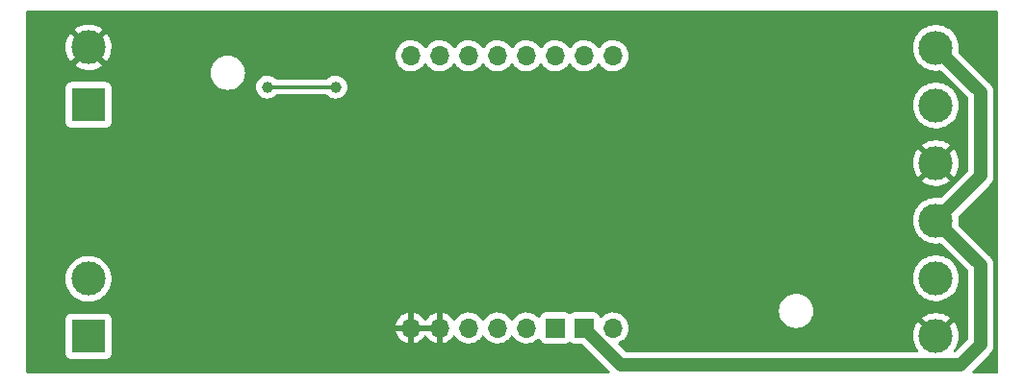
<source format=gbr>
%TF.GenerationSoftware,KiCad,Pcbnew,(6.0.9)*%
%TF.CreationDate,2024-03-01T18:18:27+01:00*%
%TF.ProjectId,HBW-1W-T10-Platine1,4842572d-3157-42d5-9431-302d506c6174,rev?*%
%TF.SameCoordinates,Original*%
%TF.FileFunction,Copper,L2,Bot*%
%TF.FilePolarity,Positive*%
%FSLAX46Y46*%
G04 Gerber Fmt 4.6, Leading zero omitted, Abs format (unit mm)*
G04 Created by KiCad (PCBNEW (6.0.9)) date 2024-03-01 18:18:27*
%MOMM*%
%LPD*%
G01*
G04 APERTURE LIST*
%TA.AperFunction,ComponentPad*%
%ADD10R,3.000000X3.000000*%
%TD*%
%TA.AperFunction,ComponentPad*%
%ADD11C,3.000000*%
%TD*%
%TA.AperFunction,ComponentPad*%
%ADD12O,1.700000X1.700000*%
%TD*%
%TA.AperFunction,ComponentPad*%
%ADD13R,1.700000X1.700000*%
%TD*%
%TA.AperFunction,ComponentPad*%
%ADD14O,3.000000X3.000000*%
%TD*%
%TA.AperFunction,ViaPad*%
%ADD15C,1.000000*%
%TD*%
%TA.AperFunction,Conductor*%
%ADD16C,1.200000*%
%TD*%
%TA.AperFunction,Conductor*%
%ADD17C,0.300000*%
%TD*%
G04 APERTURE END LIST*
D10*
%TO.P,J4,1,Pin_1*%
%TO.N,/+24V*%
X111250000Y-97330000D03*
D11*
%TO.P,J4,2,Pin_2*%
%TO.N,/GND*%
X111250000Y-92250000D03*
%TD*%
D10*
%TO.P,J5,1,Pin_1*%
%TO.N,Net-(C14-Pad1)*%
X111250000Y-117750000D03*
D11*
%TO.P,J5,2,Pin_2*%
%TO.N,Net-(C15-Pad1)*%
X111250000Y-112670000D03*
%TD*%
D12*
%TO.P,J1,1,Pin_1*%
%TO.N,/A7*%
X139625000Y-93000000D03*
%TO.P,J1,2,Pin_2*%
%TO.N,/A6*%
X142165000Y-93000000D03*
%TO.P,J1,3,Pin_3*%
%TO.N,/A5*%
X144705000Y-93000000D03*
%TO.P,J1,4,Pin_4*%
%TO.N,/A4*%
X147245000Y-93000000D03*
%TO.P,J1,5,Pin_5*%
%TO.N,/A3*%
X149785000Y-93000000D03*
%TO.P,J1,6,Pin_6*%
%TO.N,/A2*%
X152325000Y-93000000D03*
%TO.P,J1,7,Pin_7*%
%TO.N,/A1*%
X154865000Y-93000000D03*
%TO.P,J1,8,Pin_8*%
%TO.N,/A0*%
X157405000Y-93000000D03*
%TD*%
%TO.P,J2,1,Pin_1*%
%TO.N,/GND*%
X139625000Y-117000000D03*
%TO.P,J2,2,Pin_2*%
X142165000Y-117000000D03*
%TO.P,J2,3,Pin_3*%
%TO.N,/RXD*%
X144705000Y-117000000D03*
%TO.P,J2,4,Pin_4*%
%TO.N,/TXEN*%
X147245000Y-117000000D03*
%TO.P,J2,5,Pin_5*%
%TO.N,/TXD*%
X149785000Y-117000000D03*
D13*
%TO.P,J2,6,Pin_6*%
%TO.N,/VCC*%
X152325000Y-117000000D03*
%TO.P,J2,7,Pin_7*%
X154865000Y-117000000D03*
D12*
%TO.P,J2,8,Pin_8*%
%TO.N,/DATA*%
X157405000Y-117000000D03*
%TD*%
D14*
%TO.P,J3,1,Pin_1*%
%TO.N,/VCC*%
X185800000Y-92300000D03*
D11*
%TO.P,J3,2,Pin_2*%
%TO.N,/DATA*%
X185800000Y-97380000D03*
%TO.P,J3,3,Pin_3*%
%TO.N,/GND*%
X185800000Y-102460000D03*
%TO.P,J3,4,Pin_4*%
%TO.N,/VCC*%
X185800000Y-107540000D03*
%TO.P,J3,5,Pin_5*%
%TO.N,/DATA*%
X185800000Y-112620000D03*
%TO.P,J3,6,Pin_6*%
%TO.N,/GND*%
X185800000Y-117700000D03*
%TD*%
D15*
%TO.N,Net-(IC3-Pad5)*%
X127000000Y-95750000D03*
X133000000Y-95750000D03*
%TD*%
D16*
%TO.N,/VCC*%
X188000000Y-120250000D02*
X189750000Y-118500000D01*
X189750000Y-103590000D02*
X185800000Y-107540000D01*
X189750000Y-96250000D02*
X189750000Y-103590000D01*
X185800000Y-92300000D02*
X189750000Y-96250000D01*
X189750000Y-118500000D02*
X189750000Y-111490000D01*
X189750000Y-111490000D02*
X185800000Y-107540000D01*
X154865000Y-117000000D02*
X158115000Y-120250000D01*
X158115000Y-120250000D02*
X188000000Y-120250000D01*
D17*
%TO.N,Net-(IC3-Pad5)*%
X127000000Y-95750000D02*
X133000000Y-95750000D01*
%TD*%
%TA.AperFunction,Conductor*%
%TO.N,/GND*%
G36*
X191183621Y-89028502D02*
G01*
X191230114Y-89082158D01*
X191241500Y-89134500D01*
X191241500Y-120865500D01*
X191221498Y-120933621D01*
X191167842Y-120980114D01*
X191115500Y-120991500D01*
X189130345Y-120991500D01*
X189062224Y-120971498D01*
X189015731Y-120917842D01*
X189005627Y-120847568D01*
X189035121Y-120782988D01*
X189041250Y-120776405D01*
X190460105Y-119357551D01*
X190468379Y-119350565D01*
X190468180Y-119350335D01*
X190472725Y-119346412D01*
X190477611Y-119342946D01*
X190541714Y-119275983D01*
X190543637Y-119274019D01*
X190571196Y-119246460D01*
X190575922Y-119240737D01*
X190582061Y-119233835D01*
X190619731Y-119194485D01*
X190623881Y-119190150D01*
X190642053Y-119162007D01*
X190650751Y-119150123D01*
X190668262Y-119128919D01*
X190668268Y-119128910D01*
X190672080Y-119124294D01*
X190701097Y-119071183D01*
X190705786Y-119063302D01*
X190738620Y-119012452D01*
X190751144Y-118981375D01*
X190757433Y-118968069D01*
X190773496Y-118938670D01*
X190791947Y-118881031D01*
X190795066Y-118872393D01*
X190817686Y-118816263D01*
X190818835Y-118810378D01*
X190818837Y-118810372D01*
X190824106Y-118783388D01*
X190827769Y-118769123D01*
X190836154Y-118742929D01*
X190837982Y-118737219D01*
X190838696Y-118731274D01*
X190838699Y-118731261D01*
X190845200Y-118677145D01*
X190846636Y-118668025D01*
X190857357Y-118613125D01*
X190857358Y-118613120D01*
X190858228Y-118608663D01*
X190858500Y-118603101D01*
X190858500Y-118573959D01*
X190859399Y-118558931D01*
X190862496Y-118533153D01*
X190862496Y-118533149D01*
X190863210Y-118527206D01*
X190858815Y-118465132D01*
X190858500Y-118456233D01*
X190858500Y-111594257D01*
X190859411Y-111583468D01*
X190859107Y-111583446D01*
X190859546Y-111577472D01*
X190860552Y-111571554D01*
X190858530Y-111478900D01*
X190858500Y-111476152D01*
X190858500Y-111437154D01*
X190858216Y-111434175D01*
X190858215Y-111434157D01*
X190857797Y-111429778D01*
X190857257Y-111420560D01*
X190856068Y-111366079D01*
X190856068Y-111366078D01*
X190855937Y-111360083D01*
X190848885Y-111327327D01*
X190846635Y-111312801D01*
X190843452Y-111279434D01*
X190826425Y-111221395D01*
X190824151Y-111212444D01*
X190821413Y-111199728D01*
X190811418Y-111153299D01*
X190798298Y-111122463D01*
X190793339Y-111108612D01*
X190785598Y-111082224D01*
X190785595Y-111082217D01*
X190783908Y-111076466D01*
X190756202Y-111022672D01*
X190752286Y-111014330D01*
X190730950Y-110964186D01*
X190730948Y-110964183D01*
X190728600Y-110958664D01*
X190709888Y-110930870D01*
X190702397Y-110918203D01*
X190689806Y-110893754D01*
X190689802Y-110893747D01*
X190687058Y-110888420D01*
X190666541Y-110862300D01*
X190649697Y-110840857D01*
X190644263Y-110833391D01*
X190613008Y-110786967D01*
X190613004Y-110786961D01*
X190610472Y-110783201D01*
X190606732Y-110779076D01*
X190586123Y-110758467D01*
X190576132Y-110747205D01*
X190560102Y-110726797D01*
X190560098Y-110726793D01*
X190556396Y-110722080D01*
X190533230Y-110701977D01*
X190509391Y-110681291D01*
X190502877Y-110675221D01*
X187817973Y-107990317D01*
X187783947Y-107928005D01*
X187784248Y-107873094D01*
X187787448Y-107859121D01*
X187787448Y-107859119D01*
X187788407Y-107854933D01*
X187812751Y-107582161D01*
X187813193Y-107540000D01*
X187794567Y-107266778D01*
X187781986Y-107206027D01*
X187787758Y-107135269D01*
X187816273Y-107091383D01*
X190460105Y-104447551D01*
X190468379Y-104440565D01*
X190468180Y-104440335D01*
X190472727Y-104436411D01*
X190477611Y-104432946D01*
X190481749Y-104428623D01*
X190481754Y-104428619D01*
X190541690Y-104366007D01*
X190543615Y-104364040D01*
X190569082Y-104338574D01*
X190571196Y-104336460D01*
X190575922Y-104330737D01*
X190582061Y-104323835D01*
X190619731Y-104284485D01*
X190623881Y-104280150D01*
X190636487Y-104260628D01*
X190642053Y-104252007D01*
X190650751Y-104240123D01*
X190668262Y-104218919D01*
X190668268Y-104218910D01*
X190672080Y-104214294D01*
X190701097Y-104161183D01*
X190705786Y-104153302D01*
X190738620Y-104102452D01*
X190751144Y-104071375D01*
X190757433Y-104058069D01*
X190773496Y-104028670D01*
X190791942Y-103971046D01*
X190795072Y-103962375D01*
X190817686Y-103906263D01*
X190824107Y-103873385D01*
X190827769Y-103859124D01*
X190836155Y-103832925D01*
X190837982Y-103827218D01*
X190845197Y-103767154D01*
X190846634Y-103758030D01*
X190857358Y-103703118D01*
X190857358Y-103703117D01*
X190858228Y-103698663D01*
X190858500Y-103693101D01*
X190858500Y-103663959D01*
X190859399Y-103648931D01*
X190862496Y-103623153D01*
X190862496Y-103623149D01*
X190863210Y-103617206D01*
X190858815Y-103555132D01*
X190858500Y-103546233D01*
X190858500Y-96354257D01*
X190859411Y-96343468D01*
X190859107Y-96343446D01*
X190859546Y-96337472D01*
X190860552Y-96331554D01*
X190858530Y-96238900D01*
X190858500Y-96236152D01*
X190858500Y-96197154D01*
X190858216Y-96194175D01*
X190858215Y-96194157D01*
X190857797Y-96189778D01*
X190857257Y-96180560D01*
X190856068Y-96126079D01*
X190856068Y-96126078D01*
X190855937Y-96120083D01*
X190848885Y-96087327D01*
X190846635Y-96072801D01*
X190843452Y-96039434D01*
X190826425Y-95981395D01*
X190824151Y-95972444D01*
X190817222Y-95940260D01*
X190811418Y-95913299D01*
X190798298Y-95882463D01*
X190793339Y-95868612D01*
X190785598Y-95842224D01*
X190785595Y-95842217D01*
X190783908Y-95836466D01*
X190756202Y-95782672D01*
X190752286Y-95774330D01*
X190730950Y-95724186D01*
X190730945Y-95724176D01*
X190728600Y-95718664D01*
X190709888Y-95690870D01*
X190702397Y-95678203D01*
X190689806Y-95653754D01*
X190689802Y-95653747D01*
X190687058Y-95648420D01*
X190666541Y-95622300D01*
X190649697Y-95600857D01*
X190644263Y-95593391D01*
X190613008Y-95546967D01*
X190613004Y-95546961D01*
X190610472Y-95543201D01*
X190606732Y-95539076D01*
X190586123Y-95518467D01*
X190576132Y-95507205D01*
X190560102Y-95486797D01*
X190560098Y-95486793D01*
X190556396Y-95482080D01*
X190546992Y-95473919D01*
X190509391Y-95441291D01*
X190502877Y-95435221D01*
X187817973Y-92750317D01*
X187783947Y-92688005D01*
X187784248Y-92633094D01*
X187787448Y-92619121D01*
X187787448Y-92619119D01*
X187788407Y-92614933D01*
X187795604Y-92534297D01*
X187812531Y-92344621D01*
X187812751Y-92342161D01*
X187813193Y-92300000D01*
X187809582Y-92247035D01*
X187794859Y-92031055D01*
X187794858Y-92031049D01*
X187794567Y-92026778D01*
X187739032Y-91758612D01*
X187647617Y-91500465D01*
X187522013Y-91257112D01*
X187512040Y-91242921D01*
X187367008Y-91036562D01*
X187364545Y-91033057D01*
X187178125Y-90832445D01*
X187174810Y-90829731D01*
X187174806Y-90829728D01*
X186969521Y-90661704D01*
X186969520Y-90661703D01*
X186966205Y-90658990D01*
X186732704Y-90515901D01*
X186728768Y-90514173D01*
X186485873Y-90407549D01*
X186485869Y-90407548D01*
X186481945Y-90405825D01*
X186218566Y-90330800D01*
X186214324Y-90330196D01*
X186214318Y-90330195D01*
X186013834Y-90301662D01*
X185947443Y-90292213D01*
X185803589Y-90291460D01*
X185677877Y-90290802D01*
X185677871Y-90290802D01*
X185673591Y-90290780D01*
X185669347Y-90291339D01*
X185669343Y-90291339D01*
X185550302Y-90307011D01*
X185402078Y-90326525D01*
X185397938Y-90327658D01*
X185397936Y-90327658D01*
X185325008Y-90347609D01*
X185137928Y-90398788D01*
X185133980Y-90400472D01*
X184889982Y-90504546D01*
X184889978Y-90504548D01*
X184886030Y-90506232D01*
X184866125Y-90518145D01*
X184654725Y-90644664D01*
X184654721Y-90644667D01*
X184651043Y-90646868D01*
X184437318Y-90818094D01*
X184248808Y-91016742D01*
X184089002Y-91239136D01*
X183960857Y-91481161D01*
X183959385Y-91485184D01*
X183959383Y-91485188D01*
X183868214Y-91734317D01*
X183866743Y-91738337D01*
X183808404Y-92005907D01*
X183786917Y-92278918D01*
X183802682Y-92552320D01*
X183803507Y-92556525D01*
X183803508Y-92556533D01*
X183816357Y-92622022D01*
X183855405Y-92821053D01*
X183856792Y-92825103D01*
X183856793Y-92825108D01*
X183938170Y-93062789D01*
X183944112Y-93080144D01*
X184067160Y-93324799D01*
X184069586Y-93328328D01*
X184069589Y-93328334D01*
X184192008Y-93506453D01*
X184222274Y-93550490D01*
X184225161Y-93553663D01*
X184225162Y-93553664D01*
X184321790Y-93659857D01*
X184406582Y-93753043D01*
X184616675Y-93928707D01*
X184620316Y-93930991D01*
X184845024Y-94071951D01*
X184845028Y-94071953D01*
X184848664Y-94074234D01*
X184935245Y-94113327D01*
X185094345Y-94185164D01*
X185094349Y-94185166D01*
X185098257Y-94186930D01*
X185102377Y-94188150D01*
X185102376Y-94188150D01*
X185356723Y-94263491D01*
X185356727Y-94263492D01*
X185360836Y-94264709D01*
X185365070Y-94265357D01*
X185365075Y-94265358D01*
X185627298Y-94305483D01*
X185627300Y-94305483D01*
X185631540Y-94306132D01*
X185770912Y-94308322D01*
X185901071Y-94310367D01*
X185901077Y-94310367D01*
X185905362Y-94310434D01*
X186010065Y-94297764D01*
X186145482Y-94281377D01*
X186215512Y-94293050D01*
X186249714Y-94317369D01*
X188604595Y-96672251D01*
X188638621Y-96734563D01*
X188641500Y-96761346D01*
X188641500Y-103078654D01*
X188621498Y-103146775D01*
X188604595Y-103167749D01*
X186248184Y-105524160D01*
X186185872Y-105558186D01*
X186141335Y-105559808D01*
X186071782Y-105549909D01*
X185947443Y-105532213D01*
X185803589Y-105531460D01*
X185677877Y-105530802D01*
X185677871Y-105530802D01*
X185673591Y-105530780D01*
X185669347Y-105531339D01*
X185669343Y-105531339D01*
X185550302Y-105547011D01*
X185402078Y-105566525D01*
X185137928Y-105638788D01*
X185133980Y-105640472D01*
X184889982Y-105744546D01*
X184889978Y-105744548D01*
X184886030Y-105746232D01*
X184767414Y-105817222D01*
X184654725Y-105884664D01*
X184654721Y-105884667D01*
X184651043Y-105886868D01*
X184437318Y-106058094D01*
X184248808Y-106256742D01*
X184089002Y-106479136D01*
X183960857Y-106721161D01*
X183866743Y-106978337D01*
X183808404Y-107245907D01*
X183786917Y-107518918D01*
X183802682Y-107792320D01*
X183803507Y-107796525D01*
X183803508Y-107796533D01*
X183818529Y-107873094D01*
X183855405Y-108061053D01*
X183944112Y-108320144D01*
X184067160Y-108564799D01*
X184069586Y-108568328D01*
X184069589Y-108568334D01*
X184219843Y-108786953D01*
X184222274Y-108790490D01*
X184406582Y-108993043D01*
X184616675Y-109168707D01*
X184620316Y-109170991D01*
X184845024Y-109311951D01*
X184845028Y-109311953D01*
X184848664Y-109314234D01*
X184973461Y-109370582D01*
X185094345Y-109425164D01*
X185094349Y-109425166D01*
X185098257Y-109426930D01*
X185102377Y-109428150D01*
X185102376Y-109428150D01*
X185356723Y-109503491D01*
X185356727Y-109503492D01*
X185360836Y-109504709D01*
X185365070Y-109505357D01*
X185365075Y-109505358D01*
X185627298Y-109545483D01*
X185627300Y-109545483D01*
X185631540Y-109546132D01*
X185770912Y-109548322D01*
X185901071Y-109550367D01*
X185901077Y-109550367D01*
X185905362Y-109550434D01*
X186010065Y-109537764D01*
X186145482Y-109521377D01*
X186215512Y-109533050D01*
X186249714Y-109557369D01*
X188604595Y-111912251D01*
X188638621Y-111974563D01*
X188641500Y-112001346D01*
X188641500Y-117988655D01*
X188621498Y-118056776D01*
X188604595Y-118077750D01*
X187577749Y-119104595D01*
X187515437Y-119138621D01*
X187488654Y-119141500D01*
X187481586Y-119141500D01*
X187413465Y-119121498D01*
X187366972Y-119067842D01*
X187356868Y-118997568D01*
X187380039Y-118940906D01*
X187496834Y-118781909D01*
X187501418Y-118774686D01*
X187627962Y-118541621D01*
X187631530Y-118533827D01*
X187725271Y-118285750D01*
X187727748Y-118277544D01*
X187786954Y-118019038D01*
X187788294Y-118010577D01*
X187812031Y-117744616D01*
X187812277Y-117739677D01*
X187812666Y-117702485D01*
X187812523Y-117697519D01*
X187794362Y-117431123D01*
X187793201Y-117422649D01*
X187739419Y-117162944D01*
X187737120Y-117154709D01*
X187648588Y-116904705D01*
X187645191Y-116896854D01*
X187523550Y-116661178D01*
X187519122Y-116653866D01*
X187400031Y-116484417D01*
X187389509Y-116476037D01*
X187376121Y-116483089D01*
X185889095Y-117970115D01*
X185826783Y-118004141D01*
X185755968Y-117999076D01*
X185710905Y-117970115D01*
X184223814Y-116483024D01*
X184211804Y-116476466D01*
X184200064Y-116485434D01*
X184091935Y-116635911D01*
X184087418Y-116643196D01*
X183963325Y-116877567D01*
X183959839Y-116885395D01*
X183868700Y-117134446D01*
X183866311Y-117142670D01*
X183809812Y-117401795D01*
X183808563Y-117410250D01*
X183787754Y-117674653D01*
X183787665Y-117683204D01*
X183802932Y-117947969D01*
X183804005Y-117956470D01*
X183855065Y-118216722D01*
X183857276Y-118224974D01*
X183943184Y-118475894D01*
X183946499Y-118483779D01*
X184065664Y-118720713D01*
X184070020Y-118728079D01*
X184218511Y-118944133D01*
X184240611Y-119011602D01*
X184222726Y-119080309D01*
X184170534Y-119128439D01*
X184114671Y-119141500D01*
X158626346Y-119141500D01*
X158558225Y-119121498D01*
X158537251Y-119104595D01*
X157892451Y-118459795D01*
X157858425Y-118397483D01*
X157863490Y-118326668D01*
X157906037Y-118269832D01*
X157926111Y-118257550D01*
X158102994Y-118170896D01*
X158284860Y-118041173D01*
X158307073Y-118019038D01*
X158379124Y-117947238D01*
X158443096Y-117883489D01*
X158573453Y-117702077D01*
X158586995Y-117674678D01*
X158670136Y-117506453D01*
X158670137Y-117506451D01*
X158672430Y-117501811D01*
X158737370Y-117288069D01*
X158766529Y-117066590D01*
X158766611Y-117063240D01*
X158768074Y-117003365D01*
X158768074Y-117003361D01*
X158768156Y-117000000D01*
X158749852Y-116777361D01*
X158695431Y-116560702D01*
X158606354Y-116355840D01*
X158566906Y-116294862D01*
X158487822Y-116172617D01*
X158487820Y-116172614D01*
X158485014Y-116168277D01*
X158334670Y-116003051D01*
X158330619Y-115999852D01*
X158330615Y-115999848D01*
X158163414Y-115867800D01*
X158163410Y-115867798D01*
X158159359Y-115864598D01*
X158123028Y-115844542D01*
X158041225Y-115799385D01*
X157963789Y-115756638D01*
X157958920Y-115754914D01*
X157958916Y-115754912D01*
X157758087Y-115683795D01*
X157758083Y-115683794D01*
X157753212Y-115682069D01*
X157748119Y-115681162D01*
X157748116Y-115681161D01*
X157538373Y-115643800D01*
X157538367Y-115643799D01*
X157533284Y-115642894D01*
X157459452Y-115641992D01*
X157315081Y-115640228D01*
X157315079Y-115640228D01*
X157309911Y-115640165D01*
X157089091Y-115673955D01*
X156876756Y-115743357D01*
X156845310Y-115759727D01*
X156758111Y-115805120D01*
X156678607Y-115846507D01*
X156674474Y-115849610D01*
X156674471Y-115849612D01*
X156523743Y-115962782D01*
X156499965Y-115980635D01*
X156443537Y-116039684D01*
X156419283Y-116065064D01*
X156357759Y-116100494D01*
X156286846Y-116097037D01*
X156229060Y-116055791D01*
X156210207Y-116022243D01*
X156168767Y-115911703D01*
X156165615Y-115903295D01*
X156078261Y-115786739D01*
X155961705Y-115699385D01*
X155825316Y-115648255D01*
X155763134Y-115641500D01*
X153966866Y-115641500D01*
X153904684Y-115648255D01*
X153768295Y-115699385D01*
X153687952Y-115759599D01*
X153670565Y-115772630D01*
X153604059Y-115797478D01*
X153534676Y-115782425D01*
X153519435Y-115772630D01*
X153502048Y-115759599D01*
X153421705Y-115699385D01*
X153285316Y-115648255D01*
X153223134Y-115641500D01*
X151426866Y-115641500D01*
X151364684Y-115648255D01*
X151228295Y-115699385D01*
X151111739Y-115786739D01*
X151024385Y-115903295D01*
X151021233Y-115911703D01*
X150979919Y-116021907D01*
X150937277Y-116078671D01*
X150870716Y-116103371D01*
X150801367Y-116088163D01*
X150768743Y-116062476D01*
X150718151Y-116006875D01*
X150718142Y-116006866D01*
X150714670Y-116003051D01*
X150710619Y-115999852D01*
X150710615Y-115999848D01*
X150543414Y-115867800D01*
X150543410Y-115867798D01*
X150539359Y-115864598D01*
X150503028Y-115844542D01*
X150421225Y-115799385D01*
X150343789Y-115756638D01*
X150338920Y-115754914D01*
X150338916Y-115754912D01*
X150138087Y-115683795D01*
X150138083Y-115683794D01*
X150133212Y-115682069D01*
X150128119Y-115681162D01*
X150128116Y-115681161D01*
X149918373Y-115643800D01*
X149918367Y-115643799D01*
X149913284Y-115642894D01*
X149839452Y-115641992D01*
X149695081Y-115640228D01*
X149695079Y-115640228D01*
X149689911Y-115640165D01*
X149469091Y-115673955D01*
X149256756Y-115743357D01*
X149225310Y-115759727D01*
X149138111Y-115805120D01*
X149058607Y-115846507D01*
X149054474Y-115849610D01*
X149054471Y-115849612D01*
X148903743Y-115962782D01*
X148879965Y-115980635D01*
X148854541Y-116007240D01*
X148768729Y-116097037D01*
X148725629Y-116142138D01*
X148618201Y-116299621D01*
X148563293Y-116344621D01*
X148492768Y-116352792D01*
X148429021Y-116321538D01*
X148408324Y-116297054D01*
X148327822Y-116172617D01*
X148327820Y-116172614D01*
X148325014Y-116168277D01*
X148174670Y-116003051D01*
X148170619Y-115999852D01*
X148170615Y-115999848D01*
X148003414Y-115867800D01*
X148003410Y-115867798D01*
X147999359Y-115864598D01*
X147963028Y-115844542D01*
X147881225Y-115799385D01*
X147803789Y-115756638D01*
X147798920Y-115754914D01*
X147798916Y-115754912D01*
X147598087Y-115683795D01*
X147598083Y-115683794D01*
X147593212Y-115682069D01*
X147588119Y-115681162D01*
X147588116Y-115681161D01*
X147378373Y-115643800D01*
X147378367Y-115643799D01*
X147373284Y-115642894D01*
X147299452Y-115641992D01*
X147155081Y-115640228D01*
X147155079Y-115640228D01*
X147149911Y-115640165D01*
X146929091Y-115673955D01*
X146716756Y-115743357D01*
X146685310Y-115759727D01*
X146598111Y-115805120D01*
X146518607Y-115846507D01*
X146514474Y-115849610D01*
X146514471Y-115849612D01*
X146363743Y-115962782D01*
X146339965Y-115980635D01*
X146314541Y-116007240D01*
X146228729Y-116097037D01*
X146185629Y-116142138D01*
X146078201Y-116299621D01*
X146023293Y-116344621D01*
X145952768Y-116352792D01*
X145889021Y-116321538D01*
X145868324Y-116297054D01*
X145787822Y-116172617D01*
X145787820Y-116172614D01*
X145785014Y-116168277D01*
X145634670Y-116003051D01*
X145630619Y-115999852D01*
X145630615Y-115999848D01*
X145463414Y-115867800D01*
X145463410Y-115867798D01*
X145459359Y-115864598D01*
X145423028Y-115844542D01*
X145341225Y-115799385D01*
X145263789Y-115756638D01*
X145258920Y-115754914D01*
X145258916Y-115754912D01*
X145058087Y-115683795D01*
X145058083Y-115683794D01*
X145053212Y-115682069D01*
X145048119Y-115681162D01*
X145048116Y-115681161D01*
X144838373Y-115643800D01*
X144838367Y-115643799D01*
X144833284Y-115642894D01*
X144759452Y-115641992D01*
X144615081Y-115640228D01*
X144615079Y-115640228D01*
X144609911Y-115640165D01*
X144389091Y-115673955D01*
X144176756Y-115743357D01*
X144145310Y-115759727D01*
X144058111Y-115805120D01*
X143978607Y-115846507D01*
X143974474Y-115849610D01*
X143974471Y-115849612D01*
X143823743Y-115962782D01*
X143799965Y-115980635D01*
X143774541Y-116007240D01*
X143688729Y-116097037D01*
X143645629Y-116142138D01*
X143642720Y-116146403D01*
X143642714Y-116146411D01*
X143641944Y-116147540D01*
X143538204Y-116299618D01*
X143537898Y-116300066D01*
X143482987Y-116345069D01*
X143412462Y-116353240D01*
X143348715Y-116321986D01*
X143328018Y-116297502D01*
X143247426Y-116172926D01*
X143241136Y-116164757D01*
X143097806Y-116007240D01*
X143090273Y-116000215D01*
X142923139Y-115868222D01*
X142914552Y-115862517D01*
X142728117Y-115759599D01*
X142718705Y-115755369D01*
X142517959Y-115684280D01*
X142507988Y-115681646D01*
X142436837Y-115668972D01*
X142423540Y-115670432D01*
X142419000Y-115684989D01*
X142419000Y-118318517D01*
X142423064Y-118332359D01*
X142436478Y-118334393D01*
X142443184Y-118333534D01*
X142453262Y-118331392D01*
X142657255Y-118270191D01*
X142666842Y-118266433D01*
X142858095Y-118172739D01*
X142866945Y-118167464D01*
X143040328Y-118043792D01*
X143048200Y-118037139D01*
X143199052Y-117886812D01*
X143205730Y-117878965D01*
X143333022Y-117701819D01*
X143334279Y-117702722D01*
X143381373Y-117659362D01*
X143451311Y-117647145D01*
X143516751Y-117674678D01*
X143544579Y-117706511D01*
X143604987Y-117805088D01*
X143751250Y-117973938D01*
X143923126Y-118116632D01*
X144116000Y-118229338D01*
X144324692Y-118309030D01*
X144329760Y-118310061D01*
X144329763Y-118310062D01*
X144411385Y-118326668D01*
X144543597Y-118353567D01*
X144548772Y-118353757D01*
X144548774Y-118353757D01*
X144761673Y-118361564D01*
X144761677Y-118361564D01*
X144766837Y-118361753D01*
X144771957Y-118361097D01*
X144771959Y-118361097D01*
X144983288Y-118334025D01*
X144983289Y-118334025D01*
X144988416Y-118333368D01*
X144993366Y-118331883D01*
X145197429Y-118270661D01*
X145197434Y-118270659D01*
X145202384Y-118269174D01*
X145402994Y-118170896D01*
X145584860Y-118041173D01*
X145607073Y-118019038D01*
X145679124Y-117947238D01*
X145743096Y-117883489D01*
X145873453Y-117702077D01*
X145874776Y-117703028D01*
X145921645Y-117659857D01*
X145991580Y-117647625D01*
X146057026Y-117675144D01*
X146084875Y-117706994D01*
X146144987Y-117805088D01*
X146291250Y-117973938D01*
X146463126Y-118116632D01*
X146656000Y-118229338D01*
X146864692Y-118309030D01*
X146869760Y-118310061D01*
X146869763Y-118310062D01*
X146951385Y-118326668D01*
X147083597Y-118353567D01*
X147088772Y-118353757D01*
X147088774Y-118353757D01*
X147301673Y-118361564D01*
X147301677Y-118361564D01*
X147306837Y-118361753D01*
X147311957Y-118361097D01*
X147311959Y-118361097D01*
X147523288Y-118334025D01*
X147523289Y-118334025D01*
X147528416Y-118333368D01*
X147533366Y-118331883D01*
X147737429Y-118270661D01*
X147737434Y-118270659D01*
X147742384Y-118269174D01*
X147942994Y-118170896D01*
X148124860Y-118041173D01*
X148147073Y-118019038D01*
X148219124Y-117947238D01*
X148283096Y-117883489D01*
X148413453Y-117702077D01*
X148414776Y-117703028D01*
X148461645Y-117659857D01*
X148531580Y-117647625D01*
X148597026Y-117675144D01*
X148624875Y-117706994D01*
X148684987Y-117805088D01*
X148831250Y-117973938D01*
X149003126Y-118116632D01*
X149196000Y-118229338D01*
X149404692Y-118309030D01*
X149409760Y-118310061D01*
X149409763Y-118310062D01*
X149491385Y-118326668D01*
X149623597Y-118353567D01*
X149628772Y-118353757D01*
X149628774Y-118353757D01*
X149841673Y-118361564D01*
X149841677Y-118361564D01*
X149846837Y-118361753D01*
X149851957Y-118361097D01*
X149851959Y-118361097D01*
X150063288Y-118334025D01*
X150063289Y-118334025D01*
X150068416Y-118333368D01*
X150073366Y-118331883D01*
X150277429Y-118270661D01*
X150277434Y-118270659D01*
X150282384Y-118269174D01*
X150482994Y-118170896D01*
X150664860Y-118041173D01*
X150773091Y-117933319D01*
X150835462Y-117899404D01*
X150906268Y-117904592D01*
X150963030Y-117947238D01*
X150980012Y-117978341D01*
X151024385Y-118096705D01*
X151111739Y-118213261D01*
X151228295Y-118300615D01*
X151364684Y-118351745D01*
X151426866Y-118358500D01*
X153223134Y-118358500D01*
X153285316Y-118351745D01*
X153421705Y-118300615D01*
X153519436Y-118227370D01*
X153585941Y-118202522D01*
X153655324Y-118217575D01*
X153670562Y-118227368D01*
X153768295Y-118300615D01*
X153904684Y-118351745D01*
X153966866Y-118358500D01*
X154603655Y-118358500D01*
X154671776Y-118378502D01*
X154692750Y-118395405D01*
X157073749Y-120776405D01*
X157107775Y-120838717D01*
X157102710Y-120909533D01*
X157060163Y-120966368D01*
X156993643Y-120991179D01*
X156984654Y-120991500D01*
X105884500Y-120991500D01*
X105816379Y-120971498D01*
X105769886Y-120917842D01*
X105758500Y-120865500D01*
X105758500Y-119298134D01*
X109241500Y-119298134D01*
X109248255Y-119360316D01*
X109299385Y-119496705D01*
X109386739Y-119613261D01*
X109503295Y-119700615D01*
X109639684Y-119751745D01*
X109701866Y-119758500D01*
X112798134Y-119758500D01*
X112860316Y-119751745D01*
X112996705Y-119700615D01*
X113113261Y-119613261D01*
X113200615Y-119496705D01*
X113251745Y-119360316D01*
X113258500Y-119298134D01*
X113258500Y-117267966D01*
X138293257Y-117267966D01*
X138323565Y-117402446D01*
X138326645Y-117412275D01*
X138406770Y-117609603D01*
X138411413Y-117618794D01*
X138522694Y-117800388D01*
X138528777Y-117808699D01*
X138668213Y-117969667D01*
X138675580Y-117976883D01*
X138839434Y-118112916D01*
X138847881Y-118118831D01*
X139031756Y-118226279D01*
X139041042Y-118230729D01*
X139240001Y-118306703D01*
X139249899Y-118309579D01*
X139353250Y-118330606D01*
X139367299Y-118329410D01*
X139371000Y-118319065D01*
X139371000Y-118318517D01*
X139879000Y-118318517D01*
X139883064Y-118332359D01*
X139896478Y-118334393D01*
X139903184Y-118333534D01*
X139913262Y-118331392D01*
X140117255Y-118270191D01*
X140126842Y-118266433D01*
X140318095Y-118172739D01*
X140326945Y-118167464D01*
X140500328Y-118043792D01*
X140508200Y-118037139D01*
X140659052Y-117886812D01*
X140665730Y-117878965D01*
X140793022Y-117701819D01*
X140794147Y-117702627D01*
X140841669Y-117658876D01*
X140911607Y-117646661D01*
X140977046Y-117674197D01*
X141004870Y-117706028D01*
X141062690Y-117800383D01*
X141068777Y-117808699D01*
X141208213Y-117969667D01*
X141215580Y-117976883D01*
X141379434Y-118112916D01*
X141387881Y-118118831D01*
X141571756Y-118226279D01*
X141581042Y-118230729D01*
X141780001Y-118306703D01*
X141789899Y-118309579D01*
X141893250Y-118330606D01*
X141907299Y-118329410D01*
X141911000Y-118319065D01*
X141911000Y-117272115D01*
X141906525Y-117256876D01*
X141905135Y-117255671D01*
X141897452Y-117254000D01*
X139897115Y-117254000D01*
X139881876Y-117258475D01*
X139880671Y-117259865D01*
X139879000Y-117267548D01*
X139879000Y-118318517D01*
X139371000Y-118318517D01*
X139371000Y-117272115D01*
X139366525Y-117256876D01*
X139365135Y-117255671D01*
X139357452Y-117254000D01*
X138308225Y-117254000D01*
X138294694Y-117257973D01*
X138293257Y-117267966D01*
X113258500Y-117267966D01*
X113258500Y-116734183D01*
X138289389Y-116734183D01*
X138290912Y-116742607D01*
X138303292Y-116746000D01*
X139352885Y-116746000D01*
X139368124Y-116741525D01*
X139369329Y-116740135D01*
X139371000Y-116732452D01*
X139371000Y-116727885D01*
X139879000Y-116727885D01*
X139883475Y-116743124D01*
X139884865Y-116744329D01*
X139892548Y-116746000D01*
X141892885Y-116746000D01*
X141908124Y-116741525D01*
X141909329Y-116740135D01*
X141911000Y-116732452D01*
X141911000Y-115683102D01*
X141907082Y-115669758D01*
X141892806Y-115667771D01*
X141854324Y-115673660D01*
X141844288Y-115676051D01*
X141641868Y-115742212D01*
X141632359Y-115746209D01*
X141443463Y-115844542D01*
X141434738Y-115850036D01*
X141264433Y-115977905D01*
X141256726Y-115984748D01*
X141109590Y-116138717D01*
X141103104Y-116146727D01*
X140998193Y-116300521D01*
X140943282Y-116345524D01*
X140872757Y-116353695D01*
X140809010Y-116322441D01*
X140788313Y-116297957D01*
X140707427Y-116172926D01*
X140701136Y-116164757D01*
X140557806Y-116007240D01*
X140550273Y-116000215D01*
X140383139Y-115868222D01*
X140374552Y-115862517D01*
X140188117Y-115759599D01*
X140178705Y-115755369D01*
X139977959Y-115684280D01*
X139967988Y-115681646D01*
X139896837Y-115668972D01*
X139883540Y-115670432D01*
X139879000Y-115684989D01*
X139879000Y-116727885D01*
X139371000Y-116727885D01*
X139371000Y-115683102D01*
X139367082Y-115669758D01*
X139352806Y-115667771D01*
X139314324Y-115673660D01*
X139304288Y-115676051D01*
X139101868Y-115742212D01*
X139092359Y-115746209D01*
X138903463Y-115844542D01*
X138894738Y-115850036D01*
X138724433Y-115977905D01*
X138716726Y-115984748D01*
X138569590Y-116138717D01*
X138563104Y-116146727D01*
X138443098Y-116322649D01*
X138438000Y-116331623D01*
X138348338Y-116524783D01*
X138344775Y-116534470D01*
X138289389Y-116734183D01*
X113258500Y-116734183D01*
X113258500Y-116201866D01*
X113251745Y-116139684D01*
X113200615Y-116003295D01*
X113113261Y-115886739D01*
X112996705Y-115799385D01*
X112860316Y-115748255D01*
X112798134Y-115741500D01*
X109701866Y-115741500D01*
X109639684Y-115748255D01*
X109503295Y-115799385D01*
X109386739Y-115886739D01*
X109299385Y-116003295D01*
X109248255Y-116139684D01*
X109241500Y-116201866D01*
X109241500Y-119298134D01*
X105758500Y-119298134D01*
X105758500Y-115500000D01*
X171986835Y-115500000D01*
X172005465Y-115736711D01*
X172006619Y-115741518D01*
X172006620Y-115741524D01*
X172032570Y-115849612D01*
X172060895Y-115967594D01*
X172062788Y-115972165D01*
X172062789Y-115972167D01*
X172145946Y-116172926D01*
X172151760Y-116186963D01*
X172154346Y-116191183D01*
X172273241Y-116385202D01*
X172273245Y-116385208D01*
X172275824Y-116389416D01*
X172430031Y-116569969D01*
X172610584Y-116724176D01*
X172614792Y-116726755D01*
X172614798Y-116726759D01*
X172808817Y-116845654D01*
X172813037Y-116848240D01*
X172817607Y-116850133D01*
X172817611Y-116850135D01*
X172930402Y-116896854D01*
X173032406Y-116939105D01*
X173112609Y-116958360D01*
X173258476Y-116993380D01*
X173258482Y-116993381D01*
X173263289Y-116994535D01*
X173500000Y-117013165D01*
X173736711Y-116994535D01*
X173741518Y-116993381D01*
X173741524Y-116993380D01*
X173887391Y-116958360D01*
X173967594Y-116939105D01*
X174069598Y-116896854D01*
X174182389Y-116850135D01*
X174182393Y-116850133D01*
X174186963Y-116848240D01*
X174191183Y-116845654D01*
X174385202Y-116726759D01*
X174385208Y-116726755D01*
X174389416Y-116724176D01*
X174569969Y-116569969D01*
X174724176Y-116389416D01*
X174726755Y-116385208D01*
X174726759Y-116385202D01*
X174845654Y-116191183D01*
X174848240Y-116186963D01*
X174854055Y-116172926D01*
X174879084Y-116112500D01*
X184576584Y-116112500D01*
X184582980Y-116123770D01*
X185787188Y-117327978D01*
X185801132Y-117335592D01*
X185802965Y-117335461D01*
X185809580Y-117331210D01*
X187016604Y-116124186D01*
X187023795Y-116111017D01*
X187016473Y-116100780D01*
X186969233Y-116062115D01*
X186962261Y-116057160D01*
X186736122Y-115918582D01*
X186728552Y-115914624D01*
X186485704Y-115808022D01*
X186477644Y-115805120D01*
X186222592Y-115732467D01*
X186214214Y-115730685D01*
X185951656Y-115693318D01*
X185943111Y-115692691D01*
X185677908Y-115691302D01*
X185669374Y-115691839D01*
X185406433Y-115726456D01*
X185398035Y-115728149D01*
X185142238Y-115798127D01*
X185134143Y-115800946D01*
X184890199Y-115904997D01*
X184882577Y-115908881D01*
X184655013Y-116045075D01*
X184647981Y-116049962D01*
X184585053Y-116100377D01*
X184576584Y-116112500D01*
X174879084Y-116112500D01*
X174937211Y-115972167D01*
X174937212Y-115972165D01*
X174939105Y-115967594D01*
X174967430Y-115849612D01*
X174993380Y-115741524D01*
X174993381Y-115741518D01*
X174994535Y-115736711D01*
X175013165Y-115500000D01*
X174994535Y-115263289D01*
X174986581Y-115230155D01*
X174940260Y-115037218D01*
X174939105Y-115032406D01*
X174848240Y-114813037D01*
X174845654Y-114808817D01*
X174726759Y-114614798D01*
X174726755Y-114614792D01*
X174724176Y-114610584D01*
X174569969Y-114430031D01*
X174563942Y-114424883D01*
X174461321Y-114337237D01*
X174389416Y-114275824D01*
X174385208Y-114273245D01*
X174385202Y-114273241D01*
X174191183Y-114154346D01*
X174186963Y-114151760D01*
X174182393Y-114149867D01*
X174182389Y-114149865D01*
X173972167Y-114062789D01*
X173972165Y-114062788D01*
X173967594Y-114060895D01*
X173887391Y-114041640D01*
X173741524Y-114006620D01*
X173741518Y-114006619D01*
X173736711Y-114005465D01*
X173500000Y-113986835D01*
X173263289Y-114005465D01*
X173258482Y-114006619D01*
X173258476Y-114006620D01*
X173112609Y-114041640D01*
X173032406Y-114060895D01*
X173027835Y-114062788D01*
X173027833Y-114062789D01*
X172817611Y-114149865D01*
X172817607Y-114149867D01*
X172813037Y-114151760D01*
X172808817Y-114154346D01*
X172614798Y-114273241D01*
X172614792Y-114273245D01*
X172610584Y-114275824D01*
X172538679Y-114337237D01*
X172436059Y-114424883D01*
X172430031Y-114430031D01*
X172275824Y-114610584D01*
X172273245Y-114614792D01*
X172273241Y-114614798D01*
X172154346Y-114808817D01*
X172151760Y-114813037D01*
X172060895Y-115032406D01*
X172059740Y-115037218D01*
X172013420Y-115230155D01*
X172005465Y-115263289D01*
X171987308Y-115493995D01*
X171986835Y-115500000D01*
X105758500Y-115500000D01*
X105758500Y-112648918D01*
X109236917Y-112648918D01*
X109252682Y-112922320D01*
X109253507Y-112926525D01*
X109253508Y-112926533D01*
X109255977Y-112939117D01*
X109305405Y-113191053D01*
X109306792Y-113195103D01*
X109306793Y-113195108D01*
X109392723Y-113446088D01*
X109394112Y-113450144D01*
X109517160Y-113694799D01*
X109519586Y-113698328D01*
X109519589Y-113698334D01*
X109635479Y-113866953D01*
X109672274Y-113920490D01*
X109675161Y-113923663D01*
X109675162Y-113923664D01*
X109847453Y-114113010D01*
X109856582Y-114123043D01*
X110066675Y-114298707D01*
X110070316Y-114300991D01*
X110295024Y-114441951D01*
X110295028Y-114441953D01*
X110298664Y-114444234D01*
X110366544Y-114474883D01*
X110544345Y-114555164D01*
X110544349Y-114555166D01*
X110548257Y-114556930D01*
X110552377Y-114558150D01*
X110552376Y-114558150D01*
X110806723Y-114633491D01*
X110806727Y-114633492D01*
X110810836Y-114634709D01*
X110815070Y-114635357D01*
X110815075Y-114635358D01*
X111077298Y-114675483D01*
X111077300Y-114675483D01*
X111081540Y-114676132D01*
X111220912Y-114678322D01*
X111351071Y-114680367D01*
X111351077Y-114680367D01*
X111355362Y-114680434D01*
X111627235Y-114647534D01*
X111892127Y-114578041D01*
X111896087Y-114576401D01*
X111896092Y-114576399D01*
X112060858Y-114508150D01*
X112145136Y-114473241D01*
X112381582Y-114335073D01*
X112597089Y-114166094D01*
X112638809Y-114123043D01*
X112751630Y-114006620D01*
X112787669Y-113969431D01*
X112790202Y-113965983D01*
X112790206Y-113965978D01*
X112947257Y-113752178D01*
X112949795Y-113748723D01*
X112978989Y-113694955D01*
X113078418Y-113511830D01*
X113078419Y-113511828D01*
X113080468Y-113508054D01*
X113177269Y-113251877D01*
X113238407Y-112984933D01*
X113242870Y-112934933D01*
X113262531Y-112714627D01*
X113262531Y-112714625D01*
X113262751Y-112712161D01*
X113263193Y-112670000D01*
X113259954Y-112622484D01*
X113258347Y-112598918D01*
X183786917Y-112598918D01*
X183802682Y-112872320D01*
X183803507Y-112876525D01*
X183803508Y-112876533D01*
X183833917Y-113031526D01*
X183855405Y-113141053D01*
X183856792Y-113145103D01*
X183856793Y-113145108D01*
X183894724Y-113255895D01*
X183944112Y-113400144D01*
X184067160Y-113644799D01*
X184069586Y-113648328D01*
X184069589Y-113648334D01*
X184138585Y-113748723D01*
X184222274Y-113870490D01*
X184406582Y-114073043D01*
X184616675Y-114248707D01*
X184620316Y-114250991D01*
X184845024Y-114391951D01*
X184845028Y-114391953D01*
X184848664Y-114394234D01*
X184936264Y-114433787D01*
X185094345Y-114505164D01*
X185094349Y-114505166D01*
X185098257Y-114506930D01*
X185102377Y-114508150D01*
X185102376Y-114508150D01*
X185356723Y-114583491D01*
X185356727Y-114583492D01*
X185360836Y-114584709D01*
X185365070Y-114585357D01*
X185365075Y-114585358D01*
X185627298Y-114625483D01*
X185627300Y-114625483D01*
X185631540Y-114626132D01*
X185770912Y-114628322D01*
X185901071Y-114630367D01*
X185901077Y-114630367D01*
X185905362Y-114630434D01*
X186177235Y-114597534D01*
X186442127Y-114528041D01*
X186446087Y-114526401D01*
X186446092Y-114526399D01*
X186640191Y-114446000D01*
X186695136Y-114423241D01*
X186931582Y-114285073D01*
X187147089Y-114116094D01*
X187188809Y-114073043D01*
X187286233Y-113972509D01*
X187337669Y-113919431D01*
X187340202Y-113915983D01*
X187340206Y-113915978D01*
X187497257Y-113702178D01*
X187499795Y-113698723D01*
X187527154Y-113648334D01*
X187628418Y-113461830D01*
X187628419Y-113461828D01*
X187630468Y-113458054D01*
X187678868Y-113329966D01*
X187725751Y-113205895D01*
X187725752Y-113205891D01*
X187727269Y-113201877D01*
X187788407Y-112934933D01*
X187789916Y-112918032D01*
X187812531Y-112664627D01*
X187812531Y-112664625D01*
X187812751Y-112662161D01*
X187813193Y-112620000D01*
X187811465Y-112594648D01*
X187794859Y-112351055D01*
X187794858Y-112351049D01*
X187794567Y-112346778D01*
X187739032Y-112078612D01*
X187647617Y-111820465D01*
X187522013Y-111577112D01*
X187513890Y-111565553D01*
X187367008Y-111356562D01*
X187364545Y-111353057D01*
X187242197Y-111221395D01*
X187181046Y-111155588D01*
X187181043Y-111155585D01*
X187178125Y-111152445D01*
X187174810Y-111149731D01*
X187174806Y-111149728D01*
X186969523Y-110981706D01*
X186966205Y-110978990D01*
X186795767Y-110874546D01*
X186736366Y-110838145D01*
X186736365Y-110838145D01*
X186732704Y-110835901D01*
X186728768Y-110834173D01*
X186485873Y-110727549D01*
X186485869Y-110727548D01*
X186481945Y-110725825D01*
X186218566Y-110650800D01*
X186214324Y-110650196D01*
X186214318Y-110650195D01*
X186013834Y-110621662D01*
X185947443Y-110612213D01*
X185803589Y-110611460D01*
X185677877Y-110610802D01*
X185677871Y-110610802D01*
X185673591Y-110610780D01*
X185669347Y-110611339D01*
X185669343Y-110611339D01*
X185550302Y-110627011D01*
X185402078Y-110646525D01*
X185397938Y-110647658D01*
X185397936Y-110647658D01*
X185344732Y-110662213D01*
X185137928Y-110718788D01*
X185133980Y-110720472D01*
X184889982Y-110824546D01*
X184889978Y-110824548D01*
X184886030Y-110826232D01*
X184805303Y-110874546D01*
X184654725Y-110964664D01*
X184654721Y-110964667D01*
X184651043Y-110966868D01*
X184437318Y-111138094D01*
X184248808Y-111336742D01*
X184089002Y-111559136D01*
X183960857Y-111801161D01*
X183959385Y-111805184D01*
X183959383Y-111805188D01*
X183936889Y-111866656D01*
X183866743Y-112058337D01*
X183808404Y-112325907D01*
X183786917Y-112598918D01*
X113258347Y-112598918D01*
X113244859Y-112401055D01*
X113244858Y-112401049D01*
X113244567Y-112396778D01*
X113234213Y-112346778D01*
X113189901Y-112132809D01*
X113189032Y-112128612D01*
X113097617Y-111870465D01*
X112972013Y-111627112D01*
X112962040Y-111612921D01*
X112867849Y-111478901D01*
X112814545Y-111403057D01*
X112730655Y-111312780D01*
X112631046Y-111205588D01*
X112631043Y-111205585D01*
X112628125Y-111202445D01*
X112624810Y-111199731D01*
X112624806Y-111199728D01*
X112419523Y-111031706D01*
X112416205Y-111028990D01*
X112182704Y-110885901D01*
X112178768Y-110884173D01*
X111935873Y-110777549D01*
X111935869Y-110777548D01*
X111931945Y-110775825D01*
X111668566Y-110700800D01*
X111664324Y-110700196D01*
X111664318Y-110700195D01*
X111463834Y-110671662D01*
X111397443Y-110662213D01*
X111253589Y-110661460D01*
X111127877Y-110660802D01*
X111127871Y-110660802D01*
X111123591Y-110660780D01*
X111119347Y-110661339D01*
X111119343Y-110661339D01*
X111000302Y-110677011D01*
X110852078Y-110696525D01*
X110847938Y-110697658D01*
X110847936Y-110697658D01*
X110775008Y-110717609D01*
X110587928Y-110768788D01*
X110583980Y-110770472D01*
X110339982Y-110874546D01*
X110339978Y-110874548D01*
X110336030Y-110876232D01*
X110244716Y-110930882D01*
X110104725Y-111014664D01*
X110104721Y-111014667D01*
X110101043Y-111016868D01*
X109887318Y-111188094D01*
X109870717Y-111205588D01*
X109733755Y-111349916D01*
X109698808Y-111386742D01*
X109539002Y-111609136D01*
X109410857Y-111851161D01*
X109409385Y-111855184D01*
X109409383Y-111855188D01*
X109327621Y-112078612D01*
X109316743Y-112108337D01*
X109258404Y-112375907D01*
X109236917Y-112648918D01*
X105758500Y-112648918D01*
X105758500Y-104049654D01*
X184575618Y-104049654D01*
X184582673Y-104059627D01*
X184613679Y-104085551D01*
X184620598Y-104090579D01*
X184845272Y-104231515D01*
X184852807Y-104235556D01*
X185094520Y-104344694D01*
X185102551Y-104347680D01*
X185356832Y-104423002D01*
X185365184Y-104424869D01*
X185627340Y-104464984D01*
X185635874Y-104465700D01*
X185901045Y-104469867D01*
X185909596Y-104469418D01*
X186172883Y-104437557D01*
X186181284Y-104435955D01*
X186437824Y-104368653D01*
X186445926Y-104365926D01*
X186690949Y-104264434D01*
X186698617Y-104260628D01*
X186927598Y-104126822D01*
X186934679Y-104122009D01*
X187014655Y-104059301D01*
X187023125Y-104047442D01*
X187016608Y-104035818D01*
X185812812Y-102832022D01*
X185798868Y-102824408D01*
X185797035Y-102824539D01*
X185790420Y-102828790D01*
X184582910Y-104036300D01*
X184575618Y-104049654D01*
X105758500Y-104049654D01*
X105758500Y-102443204D01*
X183787665Y-102443204D01*
X183802932Y-102707969D01*
X183804005Y-102716470D01*
X183855065Y-102976722D01*
X183857276Y-102984974D01*
X183943184Y-103235894D01*
X183946499Y-103243779D01*
X184065664Y-103480713D01*
X184070020Y-103488079D01*
X184199347Y-103676250D01*
X184209601Y-103684594D01*
X184223342Y-103677448D01*
X185427978Y-102472812D01*
X185434356Y-102461132D01*
X186164408Y-102461132D01*
X186164539Y-102462965D01*
X186168790Y-102469580D01*
X187375730Y-103676520D01*
X187387939Y-103683187D01*
X187399439Y-103674497D01*
X187496831Y-103541913D01*
X187501418Y-103534685D01*
X187627962Y-103301621D01*
X187631530Y-103293827D01*
X187725271Y-103045750D01*
X187727748Y-103037544D01*
X187786954Y-102779038D01*
X187788294Y-102770577D01*
X187812031Y-102504616D01*
X187812277Y-102499677D01*
X187812666Y-102462485D01*
X187812523Y-102457519D01*
X187794362Y-102191123D01*
X187793201Y-102182649D01*
X187739419Y-101922944D01*
X187737120Y-101914709D01*
X187648588Y-101664705D01*
X187645191Y-101656854D01*
X187523550Y-101421178D01*
X187519122Y-101413866D01*
X187400031Y-101244417D01*
X187389509Y-101236037D01*
X187376121Y-101243089D01*
X186172022Y-102447188D01*
X186164408Y-102461132D01*
X185434356Y-102461132D01*
X185435592Y-102458868D01*
X185435461Y-102457035D01*
X185431210Y-102450420D01*
X184223814Y-101243024D01*
X184211804Y-101236466D01*
X184200064Y-101245434D01*
X184091935Y-101395911D01*
X184087418Y-101403196D01*
X183963325Y-101637567D01*
X183959839Y-101645395D01*
X183868700Y-101894446D01*
X183866311Y-101902670D01*
X183809812Y-102161795D01*
X183808563Y-102170250D01*
X183787754Y-102434653D01*
X183787665Y-102443204D01*
X105758500Y-102443204D01*
X105758500Y-100872500D01*
X184576584Y-100872500D01*
X184582980Y-100883770D01*
X185787188Y-102087978D01*
X185801132Y-102095592D01*
X185802965Y-102095461D01*
X185809580Y-102091210D01*
X187016604Y-100884186D01*
X187023795Y-100871017D01*
X187016473Y-100860780D01*
X186969233Y-100822115D01*
X186962261Y-100817160D01*
X186736122Y-100678582D01*
X186728552Y-100674624D01*
X186485704Y-100568022D01*
X186477644Y-100565120D01*
X186222592Y-100492467D01*
X186214214Y-100490685D01*
X185951656Y-100453318D01*
X185943111Y-100452691D01*
X185677908Y-100451302D01*
X185669374Y-100451839D01*
X185406433Y-100486456D01*
X185398035Y-100488149D01*
X185142238Y-100558127D01*
X185134143Y-100560946D01*
X184890199Y-100664997D01*
X184882577Y-100668881D01*
X184655013Y-100805075D01*
X184647981Y-100809962D01*
X184585053Y-100860377D01*
X184576584Y-100872500D01*
X105758500Y-100872500D01*
X105758500Y-98878134D01*
X109241500Y-98878134D01*
X109248255Y-98940316D01*
X109299385Y-99076705D01*
X109386739Y-99193261D01*
X109503295Y-99280615D01*
X109639684Y-99331745D01*
X109701866Y-99338500D01*
X112798134Y-99338500D01*
X112860316Y-99331745D01*
X112996705Y-99280615D01*
X113113261Y-99193261D01*
X113200615Y-99076705D01*
X113251745Y-98940316D01*
X113258500Y-98878134D01*
X113258500Y-97358918D01*
X183786917Y-97358918D01*
X183802682Y-97632320D01*
X183803507Y-97636525D01*
X183803508Y-97636533D01*
X183814127Y-97690657D01*
X183855405Y-97901053D01*
X183856792Y-97905103D01*
X183856793Y-97905108D01*
X183877605Y-97965895D01*
X183944112Y-98160144D01*
X184067160Y-98404799D01*
X184069586Y-98408328D01*
X184069589Y-98408334D01*
X184219843Y-98626953D01*
X184222274Y-98630490D01*
X184406582Y-98833043D01*
X184409877Y-98835798D01*
X184409878Y-98835799D01*
X184461241Y-98878745D01*
X184616675Y-99008707D01*
X184620316Y-99010991D01*
X184845024Y-99151951D01*
X184845028Y-99151953D01*
X184848664Y-99154234D01*
X184973461Y-99210582D01*
X185094345Y-99265164D01*
X185094349Y-99265166D01*
X185098257Y-99266930D01*
X185102377Y-99268150D01*
X185102376Y-99268150D01*
X185356723Y-99343491D01*
X185356727Y-99343492D01*
X185360836Y-99344709D01*
X185365070Y-99345357D01*
X185365075Y-99345358D01*
X185627298Y-99385483D01*
X185627300Y-99385483D01*
X185631540Y-99386132D01*
X185770912Y-99388322D01*
X185901071Y-99390367D01*
X185901077Y-99390367D01*
X185905362Y-99390434D01*
X186177235Y-99357534D01*
X186442127Y-99288041D01*
X186446087Y-99286401D01*
X186446092Y-99286399D01*
X186568632Y-99235641D01*
X186695136Y-99183241D01*
X186931582Y-99045073D01*
X187147089Y-98876094D01*
X187188809Y-98833043D01*
X187334686Y-98682509D01*
X187337669Y-98679431D01*
X187340202Y-98675983D01*
X187340206Y-98675978D01*
X187497257Y-98462178D01*
X187499795Y-98458723D01*
X187527154Y-98408334D01*
X187628418Y-98221830D01*
X187628419Y-98221828D01*
X187630468Y-98218054D01*
X187727269Y-97961877D01*
X187788407Y-97694933D01*
X187812751Y-97422161D01*
X187813193Y-97380000D01*
X187794567Y-97106778D01*
X187739032Y-96838612D01*
X187647617Y-96580465D01*
X187522013Y-96337112D01*
X187513890Y-96325553D01*
X187411987Y-96180560D01*
X187364545Y-96113057D01*
X187241240Y-95980365D01*
X187181046Y-95915588D01*
X187181043Y-95915585D01*
X187178125Y-95912445D01*
X187174810Y-95909731D01*
X187174806Y-95909728D01*
X186983961Y-95753523D01*
X186966205Y-95738990D01*
X186801847Y-95638272D01*
X186736366Y-95598145D01*
X186736365Y-95598145D01*
X186732704Y-95595901D01*
X186728768Y-95594173D01*
X186485873Y-95487549D01*
X186485869Y-95487548D01*
X186481945Y-95485825D01*
X186218566Y-95410800D01*
X186214324Y-95410196D01*
X186214318Y-95410195D01*
X185997835Y-95379385D01*
X185947443Y-95372213D01*
X185803589Y-95371460D01*
X185677877Y-95370802D01*
X185677871Y-95370802D01*
X185673591Y-95370780D01*
X185669347Y-95371339D01*
X185669343Y-95371339D01*
X185564044Y-95385202D01*
X185402078Y-95406525D01*
X185397938Y-95407658D01*
X185397936Y-95407658D01*
X185325008Y-95427609D01*
X185137928Y-95478788D01*
X185133980Y-95480472D01*
X184889982Y-95584546D01*
X184889978Y-95584548D01*
X184886030Y-95586232D01*
X184790001Y-95643704D01*
X184654725Y-95724664D01*
X184654721Y-95724667D01*
X184651043Y-95726868D01*
X184437318Y-95898094D01*
X184248808Y-96096742D01*
X184089002Y-96319136D01*
X183960857Y-96561161D01*
X183959385Y-96565184D01*
X183959383Y-96565188D01*
X183886936Y-96763158D01*
X183866743Y-96818337D01*
X183808404Y-97085907D01*
X183786917Y-97358918D01*
X113258500Y-97358918D01*
X113258500Y-95781866D01*
X113251745Y-95719684D01*
X113200615Y-95583295D01*
X113113261Y-95466739D01*
X112996705Y-95379385D01*
X112860316Y-95328255D01*
X112798134Y-95321500D01*
X109701866Y-95321500D01*
X109639684Y-95328255D01*
X109503295Y-95379385D01*
X109386739Y-95466739D01*
X109299385Y-95583295D01*
X109248255Y-95719684D01*
X109241500Y-95781866D01*
X109241500Y-98878134D01*
X105758500Y-98878134D01*
X105758500Y-94500000D01*
X121986835Y-94500000D01*
X122005465Y-94736711D01*
X122006619Y-94741518D01*
X122006620Y-94741524D01*
X122024453Y-94815802D01*
X122060895Y-94967594D01*
X122062788Y-94972165D01*
X122062789Y-94972167D01*
X122147830Y-95177474D01*
X122151760Y-95186963D01*
X122154346Y-95191183D01*
X122273241Y-95385202D01*
X122273245Y-95385208D01*
X122275824Y-95389416D01*
X122430031Y-95569969D01*
X122433787Y-95573177D01*
X122451657Y-95588439D01*
X122610584Y-95724176D01*
X122614792Y-95726755D01*
X122614798Y-95726759D01*
X122785129Y-95831138D01*
X122813037Y-95848240D01*
X122817607Y-95850133D01*
X122817611Y-95850135D01*
X123027833Y-95937211D01*
X123032406Y-95939105D01*
X123112609Y-95958360D01*
X123258476Y-95993380D01*
X123258482Y-95993381D01*
X123263289Y-95994535D01*
X123500000Y-96013165D01*
X123736711Y-95994535D01*
X123741518Y-95993381D01*
X123741524Y-95993380D01*
X123887391Y-95958360D01*
X123967594Y-95939105D01*
X123972167Y-95937211D01*
X124182389Y-95850135D01*
X124182393Y-95850133D01*
X124186963Y-95848240D01*
X124214871Y-95831138D01*
X124370365Y-95735851D01*
X125986719Y-95735851D01*
X125987235Y-95741995D01*
X126001548Y-95912445D01*
X126003268Y-95932934D01*
X126015191Y-95974513D01*
X126055923Y-96116562D01*
X126057783Y-96123050D01*
X126148187Y-96298956D01*
X126271035Y-96453953D01*
X126421650Y-96582136D01*
X126594294Y-96678624D01*
X126782392Y-96739740D01*
X126978777Y-96763158D01*
X126984912Y-96762686D01*
X126984914Y-96762686D01*
X127169830Y-96748457D01*
X127169834Y-96748456D01*
X127175972Y-96747984D01*
X127366463Y-96694798D01*
X127371967Y-96692018D01*
X127371969Y-96692017D01*
X127537495Y-96608404D01*
X127537497Y-96608403D01*
X127542996Y-96605625D01*
X127698847Y-96483861D01*
X127726203Y-96452169D01*
X127785856Y-96413672D01*
X127821584Y-96408500D01*
X132174494Y-96408500D01*
X132242615Y-96428502D01*
X132265132Y-96446974D01*
X132267204Y-96449120D01*
X132271035Y-96453953D01*
X132421650Y-96582136D01*
X132594294Y-96678624D01*
X132782392Y-96739740D01*
X132978777Y-96763158D01*
X132984912Y-96762686D01*
X132984914Y-96762686D01*
X133169830Y-96748457D01*
X133169834Y-96748456D01*
X133175972Y-96747984D01*
X133366463Y-96694798D01*
X133371967Y-96692018D01*
X133371969Y-96692017D01*
X133537495Y-96608404D01*
X133537497Y-96608403D01*
X133542996Y-96605625D01*
X133698847Y-96483861D01*
X133828078Y-96334145D01*
X133925769Y-96162179D01*
X133988197Y-95974513D01*
X134012985Y-95778295D01*
X134013380Y-95750000D01*
X133994080Y-95553167D01*
X133983604Y-95518467D01*
X133966361Y-95461358D01*
X133936916Y-95363831D01*
X133844066Y-95189204D01*
X133726567Y-95045136D01*
X133722960Y-95040713D01*
X133722957Y-95040710D01*
X133719065Y-95035938D01*
X133712724Y-95030692D01*
X133571425Y-94913799D01*
X133571421Y-94913797D01*
X133566675Y-94909870D01*
X133392701Y-94815802D01*
X133203768Y-94757318D01*
X133197643Y-94756674D01*
X133197642Y-94756674D01*
X133013204Y-94737289D01*
X133013202Y-94737289D01*
X133007075Y-94736645D01*
X132924576Y-94744153D01*
X132816251Y-94754011D01*
X132816248Y-94754012D01*
X132810112Y-94754570D01*
X132804206Y-94756308D01*
X132804202Y-94756309D01*
X132741229Y-94774843D01*
X132620381Y-94810410D01*
X132614923Y-94813263D01*
X132614919Y-94813265D01*
X132524147Y-94860720D01*
X132445110Y-94902040D01*
X132290975Y-95025968D01*
X132287013Y-95030690D01*
X132273753Y-95046492D01*
X132214643Y-95085818D01*
X132177232Y-95091500D01*
X127824209Y-95091500D01*
X127756088Y-95071498D01*
X127726567Y-95045136D01*
X127722960Y-95040713D01*
X127722956Y-95040709D01*
X127719065Y-95035938D01*
X127630635Y-94962782D01*
X127571425Y-94913799D01*
X127571421Y-94913797D01*
X127566675Y-94909870D01*
X127392701Y-94815802D01*
X127203768Y-94757318D01*
X127197643Y-94756674D01*
X127197642Y-94756674D01*
X127013204Y-94737289D01*
X127013202Y-94737289D01*
X127007075Y-94736645D01*
X126924576Y-94744153D01*
X126816251Y-94754011D01*
X126816248Y-94754012D01*
X126810112Y-94754570D01*
X126804206Y-94756308D01*
X126804202Y-94756309D01*
X126741229Y-94774843D01*
X126620381Y-94810410D01*
X126614923Y-94813263D01*
X126614919Y-94813265D01*
X126524147Y-94860720D01*
X126445110Y-94902040D01*
X126290975Y-95025968D01*
X126163846Y-95177474D01*
X126160879Y-95182872D01*
X126160875Y-95182877D01*
X126158629Y-95186963D01*
X126068567Y-95350787D01*
X126066706Y-95356654D01*
X126066705Y-95356656D01*
X126010627Y-95533436D01*
X126008765Y-95539306D01*
X125986719Y-95735851D01*
X124370365Y-95735851D01*
X124385202Y-95726759D01*
X124385208Y-95726755D01*
X124389416Y-95724176D01*
X124548343Y-95588439D01*
X124566213Y-95573177D01*
X124569969Y-95569969D01*
X124724176Y-95389416D01*
X124726755Y-95385208D01*
X124726759Y-95385202D01*
X124845654Y-95191183D01*
X124848240Y-95186963D01*
X124852171Y-95177474D01*
X124937211Y-94972167D01*
X124937212Y-94972165D01*
X124939105Y-94967594D01*
X124975547Y-94815802D01*
X124993380Y-94741524D01*
X124993381Y-94741518D01*
X124994535Y-94736711D01*
X125013165Y-94500000D01*
X124994535Y-94263289D01*
X124992714Y-94255700D01*
X124943651Y-94051342D01*
X124939105Y-94032406D01*
X124891229Y-93916822D01*
X124850135Y-93817611D01*
X124850133Y-93817607D01*
X124848240Y-93813037D01*
X124840673Y-93800689D01*
X124726759Y-93614798D01*
X124726755Y-93614792D01*
X124724176Y-93610584D01*
X124569969Y-93430031D01*
X124389416Y-93275824D01*
X124385208Y-93273245D01*
X124385202Y-93273241D01*
X124191183Y-93154346D01*
X124186963Y-93151760D01*
X124182393Y-93149867D01*
X124182389Y-93149865D01*
X123972167Y-93062789D01*
X123972165Y-93062788D01*
X123967594Y-93060895D01*
X123854648Y-93033779D01*
X123741524Y-93006620D01*
X123741518Y-93006619D01*
X123736711Y-93005465D01*
X123500000Y-92986835D01*
X123263289Y-93005465D01*
X123258482Y-93006619D01*
X123258476Y-93006620D01*
X123145352Y-93033779D01*
X123032406Y-93060895D01*
X123027835Y-93062788D01*
X123027833Y-93062789D01*
X122817611Y-93149865D01*
X122817607Y-93149867D01*
X122813037Y-93151760D01*
X122808817Y-93154346D01*
X122614798Y-93273241D01*
X122614792Y-93273245D01*
X122610584Y-93275824D01*
X122430031Y-93430031D01*
X122275824Y-93610584D01*
X122273245Y-93614792D01*
X122273241Y-93614798D01*
X122159327Y-93800689D01*
X122151760Y-93813037D01*
X122149867Y-93817607D01*
X122149865Y-93817611D01*
X122108771Y-93916822D01*
X122060895Y-94032406D01*
X122056349Y-94051342D01*
X122007287Y-94255700D01*
X122005465Y-94263289D01*
X121987308Y-94493995D01*
X121986835Y-94500000D01*
X105758500Y-94500000D01*
X105758500Y-93839654D01*
X110025618Y-93839654D01*
X110032673Y-93849627D01*
X110063679Y-93875551D01*
X110070598Y-93880579D01*
X110295272Y-94021515D01*
X110302807Y-94025556D01*
X110544520Y-94134694D01*
X110552551Y-94137680D01*
X110806832Y-94213002D01*
X110815184Y-94214869D01*
X111077340Y-94254984D01*
X111085874Y-94255700D01*
X111351045Y-94259867D01*
X111359596Y-94259418D01*
X111622883Y-94227557D01*
X111631284Y-94225955D01*
X111887824Y-94158653D01*
X111895926Y-94155926D01*
X112140949Y-94054434D01*
X112148617Y-94050628D01*
X112377598Y-93916822D01*
X112384679Y-93912009D01*
X112464655Y-93849301D01*
X112473125Y-93837442D01*
X112466608Y-93825818D01*
X111262812Y-92622022D01*
X111248868Y-92614408D01*
X111247035Y-92614539D01*
X111240420Y-92618790D01*
X110032910Y-93826300D01*
X110025618Y-93839654D01*
X105758500Y-93839654D01*
X105758500Y-92233204D01*
X109237665Y-92233204D01*
X109252932Y-92497969D01*
X109254005Y-92506470D01*
X109305065Y-92766722D01*
X109307276Y-92774974D01*
X109393184Y-93025894D01*
X109396499Y-93033779D01*
X109515664Y-93270713D01*
X109520020Y-93278079D01*
X109649347Y-93466250D01*
X109659601Y-93474594D01*
X109673342Y-93467448D01*
X110877978Y-92262812D01*
X110884356Y-92251132D01*
X111614408Y-92251132D01*
X111614539Y-92252965D01*
X111618790Y-92259580D01*
X112825730Y-93466520D01*
X112837939Y-93473187D01*
X112849439Y-93464497D01*
X112946831Y-93331913D01*
X112951418Y-93324685D01*
X113077962Y-93091621D01*
X113081530Y-93083827D01*
X113125791Y-92966695D01*
X138262251Y-92966695D01*
X138262548Y-92971848D01*
X138262548Y-92971851D01*
X138268011Y-93066590D01*
X138275110Y-93189715D01*
X138276247Y-93194761D01*
X138276248Y-93194767D01*
X138293364Y-93270713D01*
X138324222Y-93407639D01*
X138408266Y-93614616D01*
X138459019Y-93697438D01*
X138522291Y-93800688D01*
X138524987Y-93805088D01*
X138671250Y-93973938D01*
X138843126Y-94116632D01*
X139036000Y-94229338D01*
X139244692Y-94309030D01*
X139249760Y-94310061D01*
X139249763Y-94310062D01*
X139357017Y-94331883D01*
X139463597Y-94353567D01*
X139468772Y-94353757D01*
X139468774Y-94353757D01*
X139681673Y-94361564D01*
X139681677Y-94361564D01*
X139686837Y-94361753D01*
X139691957Y-94361097D01*
X139691959Y-94361097D01*
X139903288Y-94334025D01*
X139903289Y-94334025D01*
X139908416Y-94333368D01*
X139913366Y-94331883D01*
X140117429Y-94270661D01*
X140117434Y-94270659D01*
X140122384Y-94269174D01*
X140322994Y-94170896D01*
X140504860Y-94041173D01*
X140532230Y-94013899D01*
X140659435Y-93887137D01*
X140663096Y-93883489D01*
X140687663Y-93849301D01*
X140793453Y-93702077D01*
X140794776Y-93703028D01*
X140841645Y-93659857D01*
X140911580Y-93647625D01*
X140977026Y-93675144D01*
X141004875Y-93706994D01*
X141064987Y-93805088D01*
X141211250Y-93973938D01*
X141383126Y-94116632D01*
X141576000Y-94229338D01*
X141784692Y-94309030D01*
X141789760Y-94310061D01*
X141789763Y-94310062D01*
X141897017Y-94331883D01*
X142003597Y-94353567D01*
X142008772Y-94353757D01*
X142008774Y-94353757D01*
X142221673Y-94361564D01*
X142221677Y-94361564D01*
X142226837Y-94361753D01*
X142231957Y-94361097D01*
X142231959Y-94361097D01*
X142443288Y-94334025D01*
X142443289Y-94334025D01*
X142448416Y-94333368D01*
X142453366Y-94331883D01*
X142657429Y-94270661D01*
X142657434Y-94270659D01*
X142662384Y-94269174D01*
X142862994Y-94170896D01*
X143044860Y-94041173D01*
X143072230Y-94013899D01*
X143199435Y-93887137D01*
X143203096Y-93883489D01*
X143227663Y-93849301D01*
X143333453Y-93702077D01*
X143334776Y-93703028D01*
X143381645Y-93659857D01*
X143451580Y-93647625D01*
X143517026Y-93675144D01*
X143544875Y-93706994D01*
X143604987Y-93805088D01*
X143751250Y-93973938D01*
X143923126Y-94116632D01*
X144116000Y-94229338D01*
X144324692Y-94309030D01*
X144329760Y-94310061D01*
X144329763Y-94310062D01*
X144437017Y-94331883D01*
X144543597Y-94353567D01*
X144548772Y-94353757D01*
X144548774Y-94353757D01*
X144761673Y-94361564D01*
X144761677Y-94361564D01*
X144766837Y-94361753D01*
X144771957Y-94361097D01*
X144771959Y-94361097D01*
X144983288Y-94334025D01*
X144983289Y-94334025D01*
X144988416Y-94333368D01*
X144993366Y-94331883D01*
X145197429Y-94270661D01*
X145197434Y-94270659D01*
X145202384Y-94269174D01*
X145402994Y-94170896D01*
X145584860Y-94041173D01*
X145612230Y-94013899D01*
X145739435Y-93887137D01*
X145743096Y-93883489D01*
X145767663Y-93849301D01*
X145873453Y-93702077D01*
X145874776Y-93703028D01*
X145921645Y-93659857D01*
X145991580Y-93647625D01*
X146057026Y-93675144D01*
X146084875Y-93706994D01*
X146144987Y-93805088D01*
X146291250Y-93973938D01*
X146463126Y-94116632D01*
X146656000Y-94229338D01*
X146864692Y-94309030D01*
X146869760Y-94310061D01*
X146869763Y-94310062D01*
X146977017Y-94331883D01*
X147083597Y-94353567D01*
X147088772Y-94353757D01*
X147088774Y-94353757D01*
X147301673Y-94361564D01*
X147301677Y-94361564D01*
X147306837Y-94361753D01*
X147311957Y-94361097D01*
X147311959Y-94361097D01*
X147523288Y-94334025D01*
X147523289Y-94334025D01*
X147528416Y-94333368D01*
X147533366Y-94331883D01*
X147737429Y-94270661D01*
X147737434Y-94270659D01*
X147742384Y-94269174D01*
X147942994Y-94170896D01*
X148124860Y-94041173D01*
X148152230Y-94013899D01*
X148279435Y-93887137D01*
X148283096Y-93883489D01*
X148307663Y-93849301D01*
X148413453Y-93702077D01*
X148414776Y-93703028D01*
X148461645Y-93659857D01*
X148531580Y-93647625D01*
X148597026Y-93675144D01*
X148624875Y-93706994D01*
X148684987Y-93805088D01*
X148831250Y-93973938D01*
X149003126Y-94116632D01*
X149196000Y-94229338D01*
X149404692Y-94309030D01*
X149409760Y-94310061D01*
X149409763Y-94310062D01*
X149517017Y-94331883D01*
X149623597Y-94353567D01*
X149628772Y-94353757D01*
X149628774Y-94353757D01*
X149841673Y-94361564D01*
X149841677Y-94361564D01*
X149846837Y-94361753D01*
X149851957Y-94361097D01*
X149851959Y-94361097D01*
X150063288Y-94334025D01*
X150063289Y-94334025D01*
X150068416Y-94333368D01*
X150073366Y-94331883D01*
X150277429Y-94270661D01*
X150277434Y-94270659D01*
X150282384Y-94269174D01*
X150482994Y-94170896D01*
X150664860Y-94041173D01*
X150692230Y-94013899D01*
X150819435Y-93887137D01*
X150823096Y-93883489D01*
X150847663Y-93849301D01*
X150953453Y-93702077D01*
X150954776Y-93703028D01*
X151001645Y-93659857D01*
X151071580Y-93647625D01*
X151137026Y-93675144D01*
X151164875Y-93706994D01*
X151224987Y-93805088D01*
X151371250Y-93973938D01*
X151543126Y-94116632D01*
X151736000Y-94229338D01*
X151944692Y-94309030D01*
X151949760Y-94310061D01*
X151949763Y-94310062D01*
X152057017Y-94331883D01*
X152163597Y-94353567D01*
X152168772Y-94353757D01*
X152168774Y-94353757D01*
X152381673Y-94361564D01*
X152381677Y-94361564D01*
X152386837Y-94361753D01*
X152391957Y-94361097D01*
X152391959Y-94361097D01*
X152603288Y-94334025D01*
X152603289Y-94334025D01*
X152608416Y-94333368D01*
X152613366Y-94331883D01*
X152817429Y-94270661D01*
X152817434Y-94270659D01*
X152822384Y-94269174D01*
X153022994Y-94170896D01*
X153204860Y-94041173D01*
X153232230Y-94013899D01*
X153359435Y-93887137D01*
X153363096Y-93883489D01*
X153387663Y-93849301D01*
X153493453Y-93702077D01*
X153494776Y-93703028D01*
X153541645Y-93659857D01*
X153611580Y-93647625D01*
X153677026Y-93675144D01*
X153704875Y-93706994D01*
X153764987Y-93805088D01*
X153911250Y-93973938D01*
X154083126Y-94116632D01*
X154276000Y-94229338D01*
X154484692Y-94309030D01*
X154489760Y-94310061D01*
X154489763Y-94310062D01*
X154597017Y-94331883D01*
X154703597Y-94353567D01*
X154708772Y-94353757D01*
X154708774Y-94353757D01*
X154921673Y-94361564D01*
X154921677Y-94361564D01*
X154926837Y-94361753D01*
X154931957Y-94361097D01*
X154931959Y-94361097D01*
X155143288Y-94334025D01*
X155143289Y-94334025D01*
X155148416Y-94333368D01*
X155153366Y-94331883D01*
X155357429Y-94270661D01*
X155357434Y-94270659D01*
X155362384Y-94269174D01*
X155562994Y-94170896D01*
X155744860Y-94041173D01*
X155772230Y-94013899D01*
X155899435Y-93887137D01*
X155903096Y-93883489D01*
X155927663Y-93849301D01*
X156033453Y-93702077D01*
X156034776Y-93703028D01*
X156081645Y-93659857D01*
X156151580Y-93647625D01*
X156217026Y-93675144D01*
X156244875Y-93706994D01*
X156304987Y-93805088D01*
X156451250Y-93973938D01*
X156623126Y-94116632D01*
X156816000Y-94229338D01*
X157024692Y-94309030D01*
X157029760Y-94310061D01*
X157029763Y-94310062D01*
X157137017Y-94331883D01*
X157243597Y-94353567D01*
X157248772Y-94353757D01*
X157248774Y-94353757D01*
X157461673Y-94361564D01*
X157461677Y-94361564D01*
X157466837Y-94361753D01*
X157471957Y-94361097D01*
X157471959Y-94361097D01*
X157683288Y-94334025D01*
X157683289Y-94334025D01*
X157688416Y-94333368D01*
X157693366Y-94331883D01*
X157897429Y-94270661D01*
X157897434Y-94270659D01*
X157902384Y-94269174D01*
X158102994Y-94170896D01*
X158284860Y-94041173D01*
X158312230Y-94013899D01*
X158439435Y-93887137D01*
X158443096Y-93883489D01*
X158467663Y-93849301D01*
X158570435Y-93706277D01*
X158573453Y-93702077D01*
X158594320Y-93659857D01*
X158670136Y-93506453D01*
X158670137Y-93506451D01*
X158672430Y-93501811D01*
X158726245Y-93324685D01*
X158735865Y-93293023D01*
X158735865Y-93293021D01*
X158737370Y-93288069D01*
X158766529Y-93066590D01*
X158766668Y-93060895D01*
X158768074Y-93003365D01*
X158768074Y-93003361D01*
X158768156Y-93000000D01*
X158749852Y-92777361D01*
X158695431Y-92560702D01*
X158606354Y-92355840D01*
X158553829Y-92274648D01*
X158487822Y-92172617D01*
X158487820Y-92172614D01*
X158485014Y-92168277D01*
X158334670Y-92003051D01*
X158330619Y-91999852D01*
X158330615Y-91999848D01*
X158163414Y-91867800D01*
X158163410Y-91867798D01*
X158159359Y-91864598D01*
X157963789Y-91756638D01*
X157958920Y-91754914D01*
X157958916Y-91754912D01*
X157758087Y-91683795D01*
X157758083Y-91683794D01*
X157753212Y-91682069D01*
X157748119Y-91681162D01*
X157748116Y-91681161D01*
X157538373Y-91643800D01*
X157538367Y-91643799D01*
X157533284Y-91642894D01*
X157459452Y-91641992D01*
X157315081Y-91640228D01*
X157315079Y-91640228D01*
X157309911Y-91640165D01*
X157089091Y-91673955D01*
X156876756Y-91743357D01*
X156678607Y-91846507D01*
X156674474Y-91849610D01*
X156674471Y-91849612D01*
X156538376Y-91951795D01*
X156499965Y-91980635D01*
X156345629Y-92142138D01*
X156238201Y-92299621D01*
X156183293Y-92344621D01*
X156112768Y-92352792D01*
X156049021Y-92321538D01*
X156028324Y-92297054D01*
X155947822Y-92172617D01*
X155947820Y-92172614D01*
X155945014Y-92168277D01*
X155794670Y-92003051D01*
X155790619Y-91999852D01*
X155790615Y-91999848D01*
X155623414Y-91867800D01*
X155623410Y-91867798D01*
X155619359Y-91864598D01*
X155423789Y-91756638D01*
X155418920Y-91754914D01*
X155418916Y-91754912D01*
X155218087Y-91683795D01*
X155218083Y-91683794D01*
X155213212Y-91682069D01*
X155208119Y-91681162D01*
X155208116Y-91681161D01*
X154998373Y-91643800D01*
X154998367Y-91643799D01*
X154993284Y-91642894D01*
X154919452Y-91641992D01*
X154775081Y-91640228D01*
X154775079Y-91640228D01*
X154769911Y-91640165D01*
X154549091Y-91673955D01*
X154336756Y-91743357D01*
X154138607Y-91846507D01*
X154134474Y-91849610D01*
X154134471Y-91849612D01*
X153998376Y-91951795D01*
X153959965Y-91980635D01*
X153805629Y-92142138D01*
X153698201Y-92299621D01*
X153643293Y-92344621D01*
X153572768Y-92352792D01*
X153509021Y-92321538D01*
X153488324Y-92297054D01*
X153407822Y-92172617D01*
X153407820Y-92172614D01*
X153405014Y-92168277D01*
X153254670Y-92003051D01*
X153250619Y-91999852D01*
X153250615Y-91999848D01*
X153083414Y-91867800D01*
X153083410Y-91867798D01*
X153079359Y-91864598D01*
X152883789Y-91756638D01*
X152878920Y-91754914D01*
X152878916Y-91754912D01*
X152678087Y-91683795D01*
X152678083Y-91683794D01*
X152673212Y-91682069D01*
X152668119Y-91681162D01*
X152668116Y-91681161D01*
X152458373Y-91643800D01*
X152458367Y-91643799D01*
X152453284Y-91642894D01*
X152379452Y-91641992D01*
X152235081Y-91640228D01*
X152235079Y-91640228D01*
X152229911Y-91640165D01*
X152009091Y-91673955D01*
X151796756Y-91743357D01*
X151598607Y-91846507D01*
X151594474Y-91849610D01*
X151594471Y-91849612D01*
X151458376Y-91951795D01*
X151419965Y-91980635D01*
X151265629Y-92142138D01*
X151158201Y-92299621D01*
X151103293Y-92344621D01*
X151032768Y-92352792D01*
X150969021Y-92321538D01*
X150948324Y-92297054D01*
X150867822Y-92172617D01*
X150867820Y-92172614D01*
X150865014Y-92168277D01*
X150714670Y-92003051D01*
X150710619Y-91999852D01*
X150710615Y-91999848D01*
X150543414Y-91867800D01*
X150543410Y-91867798D01*
X150539359Y-91864598D01*
X150343789Y-91756638D01*
X150338920Y-91754914D01*
X150338916Y-91754912D01*
X150138087Y-91683795D01*
X150138083Y-91683794D01*
X150133212Y-91682069D01*
X150128119Y-91681162D01*
X150128116Y-91681161D01*
X149918373Y-91643800D01*
X149918367Y-91643799D01*
X149913284Y-91642894D01*
X149839452Y-91641992D01*
X149695081Y-91640228D01*
X149695079Y-91640228D01*
X149689911Y-91640165D01*
X149469091Y-91673955D01*
X149256756Y-91743357D01*
X149058607Y-91846507D01*
X149054474Y-91849610D01*
X149054471Y-91849612D01*
X148918376Y-91951795D01*
X148879965Y-91980635D01*
X148725629Y-92142138D01*
X148618201Y-92299621D01*
X148563293Y-92344621D01*
X148492768Y-92352792D01*
X148429021Y-92321538D01*
X148408324Y-92297054D01*
X148327822Y-92172617D01*
X148327820Y-92172614D01*
X148325014Y-92168277D01*
X148174670Y-92003051D01*
X148170619Y-91999852D01*
X148170615Y-91999848D01*
X148003414Y-91867800D01*
X148003410Y-91867798D01*
X147999359Y-91864598D01*
X147803789Y-91756638D01*
X147798920Y-91754914D01*
X147798916Y-91754912D01*
X147598087Y-91683795D01*
X147598083Y-91683794D01*
X147593212Y-91682069D01*
X147588119Y-91681162D01*
X147588116Y-91681161D01*
X147378373Y-91643800D01*
X147378367Y-91643799D01*
X147373284Y-91642894D01*
X147299452Y-91641992D01*
X147155081Y-91640228D01*
X147155079Y-91640228D01*
X147149911Y-91640165D01*
X146929091Y-91673955D01*
X146716756Y-91743357D01*
X146518607Y-91846507D01*
X146514474Y-91849610D01*
X146514471Y-91849612D01*
X146378376Y-91951795D01*
X146339965Y-91980635D01*
X146185629Y-92142138D01*
X146078201Y-92299621D01*
X146023293Y-92344621D01*
X145952768Y-92352792D01*
X145889021Y-92321538D01*
X145868324Y-92297054D01*
X145787822Y-92172617D01*
X145787820Y-92172614D01*
X145785014Y-92168277D01*
X145634670Y-92003051D01*
X145630619Y-91999852D01*
X145630615Y-91999848D01*
X145463414Y-91867800D01*
X145463410Y-91867798D01*
X145459359Y-91864598D01*
X145263789Y-91756638D01*
X145258920Y-91754914D01*
X145258916Y-91754912D01*
X145058087Y-91683795D01*
X145058083Y-91683794D01*
X145053212Y-91682069D01*
X145048119Y-91681162D01*
X145048116Y-91681161D01*
X144838373Y-91643800D01*
X144838367Y-91643799D01*
X144833284Y-91642894D01*
X144759452Y-91641992D01*
X144615081Y-91640228D01*
X144615079Y-91640228D01*
X144609911Y-91640165D01*
X144389091Y-91673955D01*
X144176756Y-91743357D01*
X143978607Y-91846507D01*
X143974474Y-91849610D01*
X143974471Y-91849612D01*
X143838376Y-91951795D01*
X143799965Y-91980635D01*
X143645629Y-92142138D01*
X143538201Y-92299621D01*
X143483293Y-92344621D01*
X143412768Y-92352792D01*
X143349021Y-92321538D01*
X143328324Y-92297054D01*
X143247822Y-92172617D01*
X143247820Y-92172614D01*
X143245014Y-92168277D01*
X143094670Y-92003051D01*
X143090619Y-91999852D01*
X143090615Y-91999848D01*
X142923414Y-91867800D01*
X142923410Y-91867798D01*
X142919359Y-91864598D01*
X142723789Y-91756638D01*
X142718920Y-91754914D01*
X142718916Y-91754912D01*
X142518087Y-91683795D01*
X142518083Y-91683794D01*
X142513212Y-91682069D01*
X142508119Y-91681162D01*
X142508116Y-91681161D01*
X142298373Y-91643800D01*
X142298367Y-91643799D01*
X142293284Y-91642894D01*
X142219452Y-91641992D01*
X142075081Y-91640228D01*
X142075079Y-91640228D01*
X142069911Y-91640165D01*
X141849091Y-91673955D01*
X141636756Y-91743357D01*
X141438607Y-91846507D01*
X141434474Y-91849610D01*
X141434471Y-91849612D01*
X141298376Y-91951795D01*
X141259965Y-91980635D01*
X141105629Y-92142138D01*
X140998201Y-92299621D01*
X140943293Y-92344621D01*
X140872768Y-92352792D01*
X140809021Y-92321538D01*
X140788324Y-92297054D01*
X140707822Y-92172617D01*
X140707820Y-92172614D01*
X140705014Y-92168277D01*
X140554670Y-92003051D01*
X140550619Y-91999852D01*
X140550615Y-91999848D01*
X140383414Y-91867800D01*
X140383410Y-91867798D01*
X140379359Y-91864598D01*
X140183789Y-91756638D01*
X140178920Y-91754914D01*
X140178916Y-91754912D01*
X139978087Y-91683795D01*
X139978083Y-91683794D01*
X139973212Y-91682069D01*
X139968119Y-91681162D01*
X139968116Y-91681161D01*
X139758373Y-91643800D01*
X139758367Y-91643799D01*
X139753284Y-91642894D01*
X139679452Y-91641992D01*
X139535081Y-91640228D01*
X139535079Y-91640228D01*
X139529911Y-91640165D01*
X139309091Y-91673955D01*
X139096756Y-91743357D01*
X138898607Y-91846507D01*
X138894474Y-91849610D01*
X138894471Y-91849612D01*
X138758376Y-91951795D01*
X138719965Y-91980635D01*
X138565629Y-92142138D01*
X138562720Y-92146403D01*
X138562714Y-92146411D01*
X138483311Y-92262812D01*
X138439743Y-92326680D01*
X138424003Y-92360590D01*
X138356288Y-92506470D01*
X138345688Y-92529305D01*
X138285989Y-92744570D01*
X138262251Y-92966695D01*
X113125791Y-92966695D01*
X113175271Y-92835750D01*
X113177748Y-92827544D01*
X113236954Y-92569038D01*
X113238294Y-92560577D01*
X113262031Y-92294616D01*
X113262277Y-92289677D01*
X113262666Y-92252485D01*
X113262523Y-92247519D01*
X113244362Y-91981123D01*
X113243201Y-91972649D01*
X113189419Y-91712944D01*
X113187120Y-91704709D01*
X113098588Y-91454705D01*
X113095191Y-91446854D01*
X112973550Y-91211178D01*
X112969122Y-91203866D01*
X112850031Y-91034417D01*
X112839509Y-91026037D01*
X112826121Y-91033089D01*
X111622022Y-92237188D01*
X111614408Y-92251132D01*
X110884356Y-92251132D01*
X110885592Y-92248868D01*
X110885461Y-92247035D01*
X110881210Y-92240420D01*
X109673814Y-91033024D01*
X109661804Y-91026466D01*
X109650064Y-91035434D01*
X109541935Y-91185911D01*
X109537418Y-91193196D01*
X109413325Y-91427567D01*
X109409839Y-91435395D01*
X109318700Y-91684446D01*
X109316311Y-91692670D01*
X109259812Y-91951795D01*
X109258563Y-91960250D01*
X109237754Y-92224653D01*
X109237665Y-92233204D01*
X105758500Y-92233204D01*
X105758500Y-90662500D01*
X110026584Y-90662500D01*
X110032980Y-90673770D01*
X111237188Y-91877978D01*
X111251132Y-91885592D01*
X111252965Y-91885461D01*
X111259580Y-91881210D01*
X112466604Y-90674186D01*
X112473795Y-90661017D01*
X112466473Y-90650780D01*
X112419233Y-90612115D01*
X112412261Y-90607160D01*
X112186122Y-90468582D01*
X112178552Y-90464624D01*
X111935704Y-90358022D01*
X111927644Y-90355120D01*
X111672592Y-90282467D01*
X111664214Y-90280685D01*
X111401656Y-90243318D01*
X111393111Y-90242691D01*
X111127908Y-90241302D01*
X111119374Y-90241839D01*
X110856433Y-90276456D01*
X110848035Y-90278149D01*
X110592238Y-90348127D01*
X110584143Y-90350946D01*
X110340199Y-90454997D01*
X110332577Y-90458881D01*
X110105013Y-90595075D01*
X110097981Y-90599962D01*
X110035053Y-90650377D01*
X110026584Y-90662500D01*
X105758500Y-90662500D01*
X105758500Y-89134500D01*
X105778502Y-89066379D01*
X105832158Y-89019886D01*
X105884500Y-89008500D01*
X191115500Y-89008500D01*
X191183621Y-89028502D01*
G37*
%TD.AperFunction*%
%TD*%
M02*

</source>
